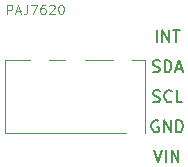
<source format=gbr>
G04 #@! TF.GenerationSoftware,KiCad,Pcbnew,(5.1.5)-3*
G04 #@! TF.CreationDate,2020-12-21T13:18:25+01:00*
G04 #@! TF.ProjectId,epimetheus_paj7620,6570696d-6574-4686-9575-735f70616a37,rev?*
G04 #@! TF.SameCoordinates,Original*
G04 #@! TF.FileFunction,Legend,Top*
G04 #@! TF.FilePolarity,Positive*
%FSLAX46Y46*%
G04 Gerber Fmt 4.6, Leading zero omitted, Abs format (unit mm)*
G04 Created by KiCad (PCBNEW (5.1.5)-3) date 2020-12-21 13:18:25*
%MOMM*%
%LPD*%
G04 APERTURE LIST*
%ADD10C,0.100000*%
%ADD11C,0.120000*%
%ADD12C,0.150000*%
G04 APERTURE END LIST*
D10*
X162211047Y-23983904D02*
X162211047Y-23183904D01*
X162515809Y-23183904D01*
X162592000Y-23222000D01*
X162630095Y-23260095D01*
X162668190Y-23336285D01*
X162668190Y-23450571D01*
X162630095Y-23526761D01*
X162592000Y-23564857D01*
X162515809Y-23602952D01*
X162211047Y-23602952D01*
X162972952Y-23755333D02*
X163353904Y-23755333D01*
X162896761Y-23983904D02*
X163163428Y-23183904D01*
X163430095Y-23983904D01*
X163925333Y-23183904D02*
X163925333Y-23755333D01*
X163887238Y-23869619D01*
X163811047Y-23945809D01*
X163696761Y-23983904D01*
X163620571Y-23983904D01*
X164230095Y-23183904D02*
X164763428Y-23183904D01*
X164420571Y-23983904D01*
X165411047Y-23183904D02*
X165258666Y-23183904D01*
X165182476Y-23222000D01*
X165144380Y-23260095D01*
X165068190Y-23374380D01*
X165030095Y-23526761D01*
X165030095Y-23831523D01*
X165068190Y-23907714D01*
X165106285Y-23945809D01*
X165182476Y-23983904D01*
X165334857Y-23983904D01*
X165411047Y-23945809D01*
X165449142Y-23907714D01*
X165487238Y-23831523D01*
X165487238Y-23641047D01*
X165449142Y-23564857D01*
X165411047Y-23526761D01*
X165334857Y-23488666D01*
X165182476Y-23488666D01*
X165106285Y-23526761D01*
X165068190Y-23564857D01*
X165030095Y-23641047D01*
X165792000Y-23260095D02*
X165830095Y-23222000D01*
X165906285Y-23183904D01*
X166096761Y-23183904D01*
X166172952Y-23222000D01*
X166211047Y-23260095D01*
X166249142Y-23336285D01*
X166249142Y-23412476D01*
X166211047Y-23526761D01*
X165753904Y-23983904D01*
X166249142Y-23983904D01*
X166744380Y-23183904D02*
X166820571Y-23183904D01*
X166896761Y-23222000D01*
X166934857Y-23260095D01*
X166972952Y-23336285D01*
X167011047Y-23488666D01*
X167011047Y-23679142D01*
X166972952Y-23831523D01*
X166934857Y-23907714D01*
X166896761Y-23945809D01*
X166820571Y-23983904D01*
X166744380Y-23983904D01*
X166668190Y-23945809D01*
X166630095Y-23907714D01*
X166592000Y-23831523D01*
X166553904Y-23679142D01*
X166553904Y-23488666D01*
X166592000Y-23336285D01*
X166630095Y-23260095D01*
X166668190Y-23222000D01*
X166744380Y-23183904D01*
D11*
X162052000Y-27888000D02*
X162052000Y-34088000D01*
X173873000Y-34088000D02*
X173873000Y-27888000D01*
X162052000Y-27888000D02*
X164148000Y-27888000D01*
X165798000Y-27888000D02*
X167148000Y-27888000D01*
X168798000Y-27888000D02*
X171198000Y-27888000D01*
X172748000Y-27888000D02*
X173873000Y-27888000D01*
X172298000Y-34088000D02*
X162052000Y-34088000D01*
D12*
X174863238Y-26360380D02*
X174863238Y-25360380D01*
X175339428Y-26360380D02*
X175339428Y-25360380D01*
X175910857Y-26360380D01*
X175910857Y-25360380D01*
X176244190Y-25360380D02*
X176815619Y-25360380D01*
X176529904Y-26360380D02*
X176529904Y-25360380D01*
X174553714Y-28852761D02*
X174696571Y-28900380D01*
X174934666Y-28900380D01*
X175029904Y-28852761D01*
X175077523Y-28805142D01*
X175125142Y-28709904D01*
X175125142Y-28614666D01*
X175077523Y-28519428D01*
X175029904Y-28471809D01*
X174934666Y-28424190D01*
X174744190Y-28376571D01*
X174648952Y-28328952D01*
X174601333Y-28281333D01*
X174553714Y-28186095D01*
X174553714Y-28090857D01*
X174601333Y-27995619D01*
X174648952Y-27948000D01*
X174744190Y-27900380D01*
X174982285Y-27900380D01*
X175125142Y-27948000D01*
X175553714Y-28900380D02*
X175553714Y-27900380D01*
X175791809Y-27900380D01*
X175934666Y-27948000D01*
X176029904Y-28043238D01*
X176077523Y-28138476D01*
X176125142Y-28328952D01*
X176125142Y-28471809D01*
X176077523Y-28662285D01*
X176029904Y-28757523D01*
X175934666Y-28852761D01*
X175791809Y-28900380D01*
X175553714Y-28900380D01*
X176506095Y-28614666D02*
X176982285Y-28614666D01*
X176410857Y-28900380D02*
X176744190Y-27900380D01*
X177077523Y-28900380D01*
X174577523Y-31392761D02*
X174720380Y-31440380D01*
X174958476Y-31440380D01*
X175053714Y-31392761D01*
X175101333Y-31345142D01*
X175148952Y-31249904D01*
X175148952Y-31154666D01*
X175101333Y-31059428D01*
X175053714Y-31011809D01*
X174958476Y-30964190D01*
X174768000Y-30916571D01*
X174672761Y-30868952D01*
X174625142Y-30821333D01*
X174577523Y-30726095D01*
X174577523Y-30630857D01*
X174625142Y-30535619D01*
X174672761Y-30488000D01*
X174768000Y-30440380D01*
X175006095Y-30440380D01*
X175148952Y-30488000D01*
X176148952Y-31345142D02*
X176101333Y-31392761D01*
X175958476Y-31440380D01*
X175863238Y-31440380D01*
X175720380Y-31392761D01*
X175625142Y-31297523D01*
X175577523Y-31202285D01*
X175529904Y-31011809D01*
X175529904Y-30868952D01*
X175577523Y-30678476D01*
X175625142Y-30583238D01*
X175720380Y-30488000D01*
X175863238Y-30440380D01*
X175958476Y-30440380D01*
X176101333Y-30488000D01*
X176148952Y-30535619D01*
X177053714Y-31440380D02*
X176577523Y-31440380D01*
X176577523Y-30440380D01*
X175006095Y-33028000D02*
X174910857Y-32980380D01*
X174768000Y-32980380D01*
X174625142Y-33028000D01*
X174529904Y-33123238D01*
X174482285Y-33218476D01*
X174434666Y-33408952D01*
X174434666Y-33551809D01*
X174482285Y-33742285D01*
X174529904Y-33837523D01*
X174625142Y-33932761D01*
X174768000Y-33980380D01*
X174863238Y-33980380D01*
X175006095Y-33932761D01*
X175053714Y-33885142D01*
X175053714Y-33551809D01*
X174863238Y-33551809D01*
X175482285Y-33980380D02*
X175482285Y-32980380D01*
X176053714Y-33980380D01*
X176053714Y-32980380D01*
X176529904Y-33980380D02*
X176529904Y-32980380D01*
X176768000Y-32980380D01*
X176910857Y-33028000D01*
X177006095Y-33123238D01*
X177053714Y-33218476D01*
X177101333Y-33408952D01*
X177101333Y-33551809D01*
X177053714Y-33742285D01*
X177006095Y-33837523D01*
X176910857Y-33932761D01*
X176768000Y-33980380D01*
X176529904Y-33980380D01*
X174672761Y-35520380D02*
X175006095Y-36520380D01*
X175339428Y-35520380D01*
X175672761Y-36520380D02*
X175672761Y-35520380D01*
X176148952Y-36520380D02*
X176148952Y-35520380D01*
X176720380Y-36520380D01*
X176720380Y-35520380D01*
M02*

</source>
